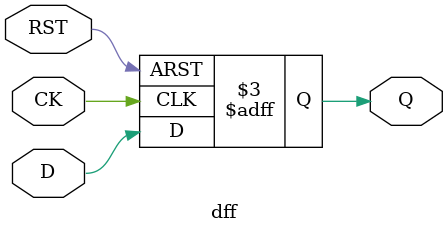
<source format=v>
`timescale 1ns / 1ps

module dff (CK, RST, D, Q);
	input CK;
	input RST;
	input D;
	output Q;

	reg Q;

  always @ (posedge CK or negedge RST) begin
	if (!RST) Q <= 1'b0;
	else Q <= D;
  end

endmodule

</source>
